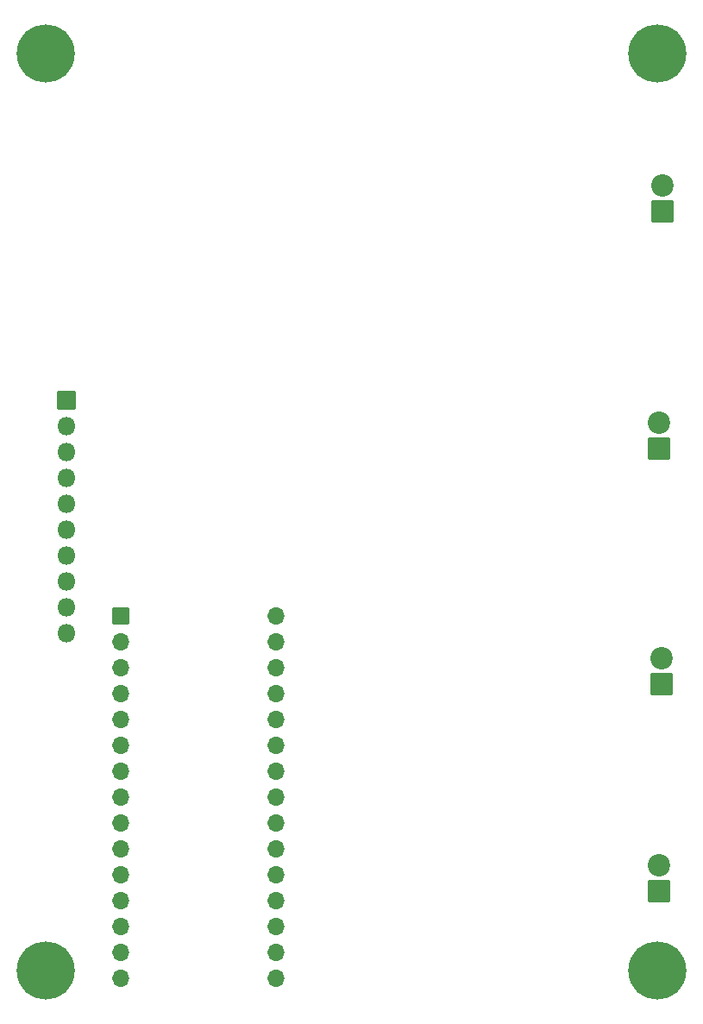
<source format=gbr>
%TF.GenerationSoftware,KiCad,Pcbnew,(6.0.4)*%
%TF.CreationDate,2023-07-24T12:57:32-04:00*%
%TF.ProjectId,BREAD_Slice,42524541-445f-4536-9c69-63652e6b6963,rev?*%
%TF.SameCoordinates,Original*%
%TF.FileFunction,Soldermask,Top*%
%TF.FilePolarity,Negative*%
%FSLAX46Y46*%
G04 Gerber Fmt 4.6, Leading zero omitted, Abs format (unit mm)*
G04 Created by KiCad (PCBNEW (6.0.4)) date 2023-07-24 12:57:32*
%MOMM*%
%LPD*%
G01*
G04 APERTURE LIST*
G04 Aperture macros list*
%AMRoundRect*
0 Rectangle with rounded corners*
0 $1 Rounding radius*
0 $2 $3 $4 $5 $6 $7 $8 $9 X,Y pos of 4 corners*
0 Add a 4 corners polygon primitive as box body*
4,1,4,$2,$3,$4,$5,$6,$7,$8,$9,$2,$3,0*
0 Add four circle primitives for the rounded corners*
1,1,$1+$1,$2,$3*
1,1,$1+$1,$4,$5*
1,1,$1+$1,$6,$7*
1,1,$1+$1,$8,$9*
0 Add four rect primitives between the rounded corners*
20,1,$1+$1,$2,$3,$4,$5,0*
20,1,$1+$1,$4,$5,$6,$7,0*
20,1,$1+$1,$6,$7,$8,$9,0*
20,1,$1+$1,$8,$9,$2,$3,0*%
G04 Aperture macros list end*
%ADD10C,5.700000*%
%ADD11RoundRect,0.050000X-0.800000X-0.800000X0.800000X-0.800000X0.800000X0.800000X-0.800000X0.800000X0*%
%ADD12O,1.700000X1.700000*%
%ADD13RoundRect,0.050000X-0.850000X-0.850000X0.850000X-0.850000X0.850000X0.850000X-0.850000X0.850000X0*%
%ADD14O,1.800000X1.800000*%
%ADD15RoundRect,0.050000X1.050000X-1.050000X1.050000X1.050000X-1.050000X1.050000X-1.050000X-1.050000X0*%
%ADD16C,2.200000*%
G04 APERTURE END LIST*
D10*
%TO.C,H1*%
X127600000Y-44800000D03*
%TD*%
%TO.C,H2*%
X187600000Y-44800000D03*
%TD*%
%TO.C,H3*%
X127600000Y-134800000D03*
%TD*%
%TO.C,H4*%
X187600000Y-134800000D03*
%TD*%
D11*
%TO.C,A1*%
X135000000Y-100000000D03*
D12*
X135000000Y-102540000D03*
X135000000Y-105080000D03*
X135000000Y-107620000D03*
X135000000Y-110160000D03*
X135000000Y-112700000D03*
X135000000Y-115240000D03*
X135000000Y-117780000D03*
X135000000Y-120320000D03*
X135000000Y-122860000D03*
X135000000Y-125400000D03*
X135000000Y-127940000D03*
X135000000Y-130480000D03*
X135000000Y-133020000D03*
X135000000Y-135560000D03*
X150240000Y-135560000D03*
X150240000Y-133020000D03*
X150240000Y-130480000D03*
X150240000Y-127940000D03*
X150240000Y-125400000D03*
X150240000Y-122860000D03*
X150240000Y-120320000D03*
X150240000Y-117780000D03*
X150240000Y-115240000D03*
X150240000Y-112700000D03*
X150240000Y-110160000D03*
X150240000Y-107620000D03*
X150240000Y-105080000D03*
X150240000Y-102540000D03*
X150240000Y-100000000D03*
%TD*%
D13*
%TO.C,J1*%
X129600000Y-78800000D03*
D14*
X129600000Y-81340000D03*
X129600000Y-83880000D03*
X129600000Y-86420000D03*
X129600000Y-88960000D03*
X129600000Y-91500000D03*
X129600000Y-94040000D03*
X129600000Y-96580000D03*
X129600000Y-99120000D03*
X129600000Y-101660000D03*
%TD*%
D15*
%TO.C,J2*%
X187751000Y-126973000D03*
D16*
X187751000Y-124433000D03*
%TD*%
D15*
%TO.C,J3*%
X187751000Y-83539000D03*
D16*
X187751000Y-80999000D03*
%TD*%
D15*
%TO.C,J4*%
X188005000Y-106653000D03*
D16*
X188005000Y-104113000D03*
%TD*%
D15*
%TO.C,J5*%
X188132000Y-60298000D03*
D16*
X188132000Y-57758000D03*
%TD*%
M02*

</source>
